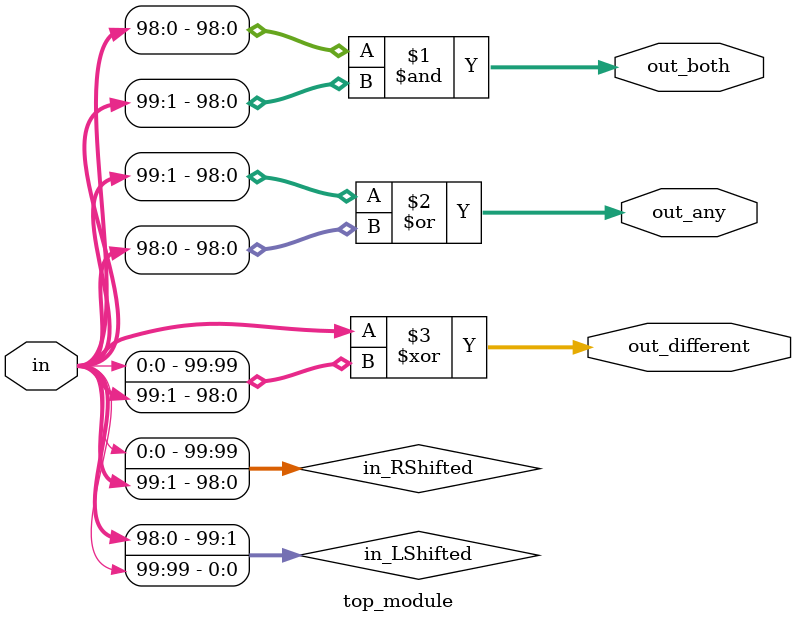
<source format=v>
module top_module( 
    input [99:0] in,
    output [98:0] out_both,
    output [99:1] out_any,
    output [99:0] out_different );

    wire [99:0] in_LShifted,in_RShifted;

    assign in_LShifted={in[98:0],in[99]};
    assign in_RShifted={in[0],in[99:1]};

    assign out_both=in[98:0]&in_RShifted[98:0];
    assign out_any=in[99:1]|in_LShifted[99:1];
    assign out_different=in^in_RShifted;

endmodule
</source>
